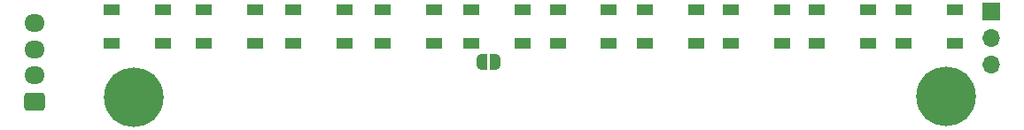
<source format=gbr>
%TF.GenerationSoftware,KiCad,Pcbnew,(6.0.6)*%
%TF.CreationDate,2023-03-10T08:43:37+05:30*%
%TF.ProjectId,ws2812-light,77733238-3132-42d6-9c69-6768742e6b69,rev?*%
%TF.SameCoordinates,Original*%
%TF.FileFunction,Soldermask,Top*%
%TF.FilePolarity,Negative*%
%FSLAX46Y46*%
G04 Gerber Fmt 4.6, Leading zero omitted, Abs format (unit mm)*
G04 Created by KiCad (PCBNEW (6.0.6)) date 2023-03-10 08:43:37*
%MOMM*%
%LPD*%
G01*
G04 APERTURE LIST*
G04 Aperture macros list*
%AMRoundRect*
0 Rectangle with rounded corners*
0 $1 Rounding radius*
0 $2 $3 $4 $5 $6 $7 $8 $9 X,Y pos of 4 corners*
0 Add a 4 corners polygon primitive as box body*
4,1,4,$2,$3,$4,$5,$6,$7,$8,$9,$2,$3,0*
0 Add four circle primitives for the rounded corners*
1,1,$1+$1,$2,$3*
1,1,$1+$1,$4,$5*
1,1,$1+$1,$6,$7*
1,1,$1+$1,$8,$9*
0 Add four rect primitives between the rounded corners*
20,1,$1+$1,$2,$3,$4,$5,0*
20,1,$1+$1,$4,$5,$6,$7,0*
20,1,$1+$1,$6,$7,$8,$9,0*
20,1,$1+$1,$8,$9,$2,$3,0*%
%AMFreePoly0*
4,1,22,0.500000,-0.750000,0.000000,-0.750000,0.000000,-0.745033,-0.079941,-0.743568,-0.215256,-0.701293,-0.333266,-0.622738,-0.424486,-0.514219,-0.481581,-0.384460,-0.499164,-0.250000,-0.500000,-0.250000,-0.500000,0.250000,-0.499164,0.250000,-0.499963,0.256109,-0.478152,0.396186,-0.417904,0.524511,-0.324060,0.630769,-0.204165,0.706417,-0.067858,0.745374,0.000000,0.744959,0.000000,0.750000,
0.500000,0.750000,0.500000,-0.750000,0.500000,-0.750000,$1*%
%AMFreePoly1*
4,1,20,0.000000,0.744959,0.073905,0.744508,0.209726,0.703889,0.328688,0.626782,0.421226,0.519385,0.479903,0.390333,0.500000,0.250000,0.500000,-0.250000,0.499851,-0.262216,0.476331,-0.402017,0.414519,-0.529596,0.319384,-0.634700,0.198574,-0.708877,0.061801,-0.746166,0.000000,-0.745033,0.000000,-0.750000,-0.500000,-0.750000,-0.500000,0.750000,0.000000,0.750000,0.000000,0.744959,
0.000000,0.744959,$1*%
G04 Aperture macros list end*
%ADD10FreePoly0,0.000000*%
%ADD11FreePoly1,0.000000*%
%ADD12R,1.500000X1.000000*%
%ADD13C,5.700000*%
%ADD14R,1.700000X1.700000*%
%ADD15O,1.700000X1.700000*%
%ADD16RoundRect,0.250000X0.725000X-0.600000X0.725000X0.600000X-0.725000X0.600000X-0.725000X-0.600000X0*%
%ADD17O,1.950000X1.700000*%
G04 APERTURE END LIST*
D10*
%TO.C,JP1*%
X120508000Y-116332000D03*
D11*
X121808000Y-116332000D03*
%TD*%
D12*
%TO.C,D5*%
X124375000Y-111325000D03*
X124375000Y-114525000D03*
X119475000Y-114525000D03*
X119475000Y-111325000D03*
%TD*%
D13*
%TO.C,H2*%
X164846000Y-119634000D03*
%TD*%
D12*
%TO.C,D3*%
X102500000Y-111325000D03*
X102500000Y-114525000D03*
X107400000Y-114525000D03*
X107400000Y-111325000D03*
%TD*%
%TO.C,D6*%
X127750000Y-111325000D03*
X127750000Y-114525000D03*
X132650000Y-114525000D03*
X132650000Y-111325000D03*
%TD*%
D14*
%TO.C,J2*%
X169175000Y-111475000D03*
D15*
X169175000Y-114015000D03*
X169175000Y-116555000D03*
%TD*%
D12*
%TO.C,D10*%
X160800000Y-111325000D03*
X160800000Y-114525000D03*
X165700000Y-114525000D03*
X165700000Y-111325000D03*
%TD*%
D13*
%TO.C,H1*%
X87200000Y-119675000D03*
%TD*%
D16*
%TO.C,J1*%
X77750000Y-120100000D03*
D17*
X77750000Y-117600000D03*
X77750000Y-115100000D03*
X77750000Y-112600000D03*
%TD*%
D12*
%TO.C,D2*%
X93900000Y-111325000D03*
X93900000Y-114525000D03*
X98800000Y-114525000D03*
X98800000Y-111325000D03*
%TD*%
%TO.C,D1*%
X85150000Y-111350000D03*
X85150000Y-114550000D03*
X90050000Y-114550000D03*
X90050000Y-111350000D03*
%TD*%
%TO.C,D4*%
X111025000Y-111325000D03*
X111025000Y-114525000D03*
X115925000Y-114525000D03*
X115925000Y-111325000D03*
%TD*%
%TO.C,D7*%
X136050000Y-111325000D03*
X136050000Y-114525000D03*
X140950000Y-114525000D03*
X140950000Y-111325000D03*
%TD*%
%TO.C,D8*%
X144275000Y-111325000D03*
X144275000Y-114525000D03*
X149175000Y-114525000D03*
X149175000Y-111325000D03*
%TD*%
%TO.C,D9*%
X152525000Y-111325000D03*
X152525000Y-114525000D03*
X157425000Y-114525000D03*
X157425000Y-111325000D03*
%TD*%
M02*

</source>
